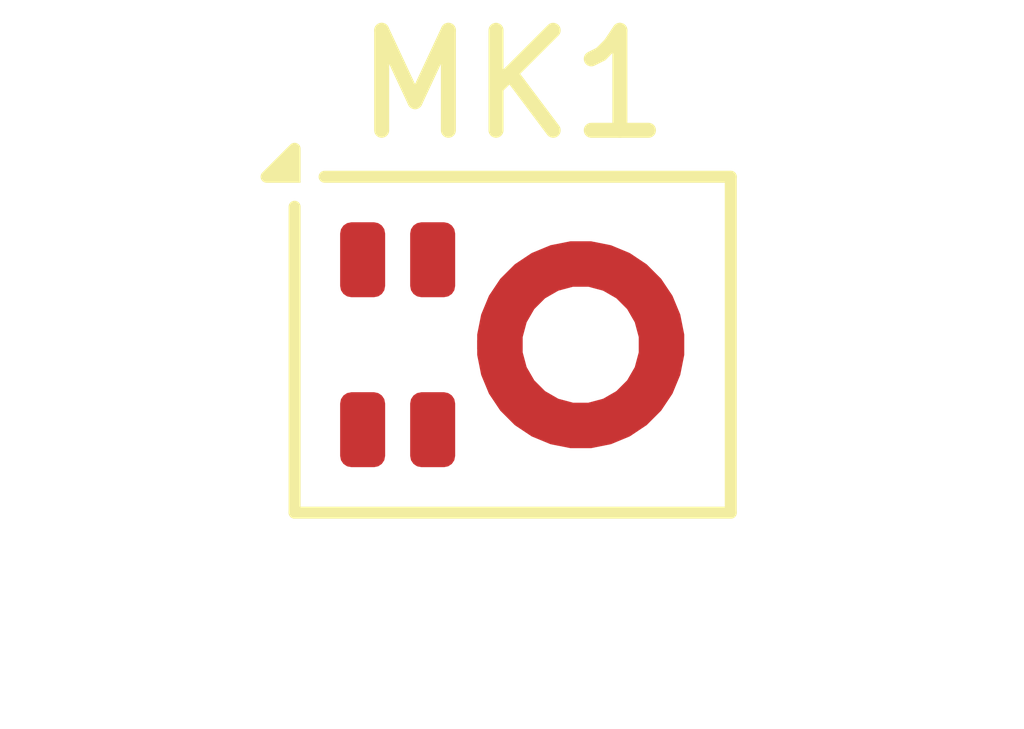
<source format=kicad_pcb>
(kicad_pcb (version 20241229) (generator "pcbnew") (generator_version "9.0")
  (layers (0 "F.Cu" signal) (2 "B.Cu" signal) (13 "F.Paste" user) (15 "B.Paste" user) (5 "F.SilkS" user "F.Silkscreen") (7 "B.SilkS" user "B.Silkscreen") (1 "F.Mask" user) (3 "B.Mask" user) (25 "Edge.Cuts" user))
  (net 0 "")
  (net 2 "Net-(MK1-GND-Pad4)")
  (footprint "Sensor_Audio:Infineon_PG-LLGA-5-2" (layer "F.Cu") (at 86.32 78.5)
    (property "Reference" "MK1" (at 0 -2.6 0) (layer "F.SilkS"))
    (property "Value" "IM73A135V01")
    (fp_line (start -2.18 -1.38) (end -2.18 1.68) (stroke (width 0.12)) (layer "F.SilkS"))
    (fp_line (start -2.18 1.68) (end 2.18 1.68) (stroke (width 0.12)) (layer "F.SilkS"))
    (fp_line (start -1.88 -1.68) (end 2.18 -1.68) (stroke (width 0.12)) (layer "F.SilkS"))
    (fp_line (start 2.18 -1.68) (end 2.18 1.68) (stroke (width 0.12)) (layer "F.SilkS"))
    (fp_poly (pts (xy -2.18 -1.68) (xy -2.46 -1.68) (xy -2.18 -1.96) (xy -2.18 -1.68)) (stroke (width 0.12)) (fill yes) (layer "F.SilkS"))
    (pad "" np_thru_hole circle (at 0.68 0 90) (size 0.8 0.8) (drill 0.8) (layers "*.Cu" "*.Mask"))
    (pad "1" smd roundrect (at -1.5 -0.85 270) (size 0.75 0.45) (layers "F.Cu" "F.Mask"))
    (pad "2" smd roundrect (at -0.8 -0.85 270) (size 0.75 0.45) (layers "F.Cu" "F.Mask"))
    (pad "3" smd roundrect (at -1.5 0.85 270) (size 0.75 0.45) (layers "F.Cu" "F.Mask"))
    (pad "4" smd roundrect (at -0.8 0.85 270) (size 0.75 0.45) (layers "F.Cu" "F.Mask") (net 2 "Net-(MK1-GND-Pad4)"))
    (pad "5" smd custom (at -0.13 0 270) (size 0.46 0.46) (layers "F.Cu" "F.Mask") (net 2 "Net-(MK1-GND-Pad4)") (options (clearance outline) (anchor circle)) (primitives (gr_circle (center 0 -0.81) (end 0.81 -0.81) (width 0.46) (fill no))))
  )
)
</source>
